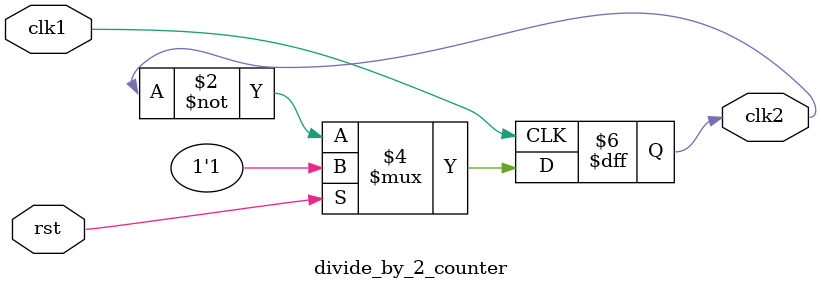
<source format=v>
module divide_by_2_counter(
	input clk1, rst,
	output reg clk2
);

always @ (posedge clk1) begin
	if (rst) clk2 <= 1;
	else clk2 <= ~clk2;
end

endmodule

</source>
